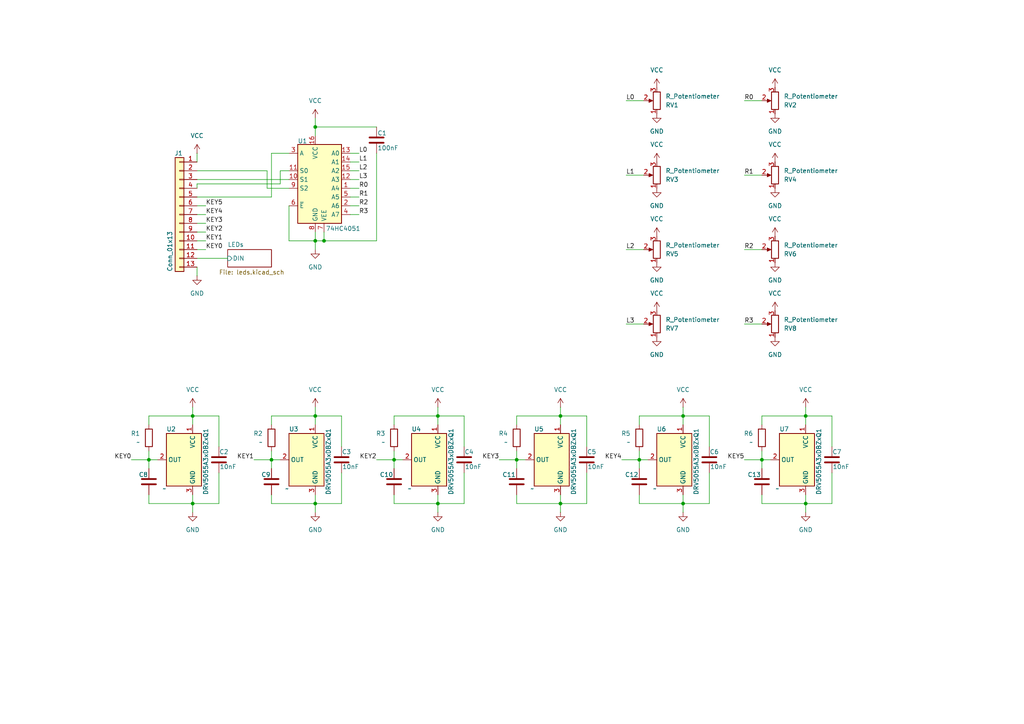
<source format=kicad_sch>
(kicad_sch (version 20250114) (generator "eeschema") (generator_version "9.0")
  (paper "A4")
  (lib_symbols
    (symbol "74xx:74HC4051"
      (property "Reference" "U" (at -5.08 11.43 0))
      (property "Value" "74HC4051" (at -7.62 -13.97 0))
      (symbol "74HC4051_0_1"
        (rectangle (start -5.08 10.16) (end 7.62 -12.7) (stroke (width 0.254)) (fill (type background)))
      )
      (symbol "74HC4051_1_1"
        (pin passive line (at -7.62 7.62 0) (length 2.54) (name "A") (number "3"))
        (pin input line (at -7.62 2.54 0) (length 2.54) (name "S0") (number "11"))
        (pin input line (at -7.62 0 0) (length 2.54) (name "S1") (number "10"))
        (pin input line (at -7.62 -2.54 0) (length 2.54) (name "S2") (number "9"))
        (pin input line (at -7.62 -7.62 0) (length 2.54) (name "~{E}") (number "6"))
        (pin power_in line (at 0 12.7 270) (length 2.54) (name "VCC") (number "16"))
        (pin power_in line (at 0 -15.24 90) (length 2.54) (name "GND") (number "8"))
        (pin power_in line (at 2.54 -15.24 90) (length 2.54) (name "VEE") (number "7"))
        (pin passive line (at 10.16 7.62 180) (length 2.54) (name "A0") (number "13"))
        (pin passive line (at 10.16 5.08 180) (length 2.54) (name "A1") (number "14"))
        (pin passive line (at 10.16 2.54 180) (length 2.54) (name "A2") (number "15"))
        (pin passive line (at 10.16 0 180) (length 2.54) (name "A3") (number "12"))
        (pin passive line (at 10.16 -2.54 180) (length 2.54) (name "A4") (number "1"))
        (pin passive line (at 10.16 -5.08 180) (length 2.54) (name "A5") (number "5"))
        (pin passive line (at 10.16 -7.62 180) (length 2.54) (name "A6") (number "2"))
        (pin passive line (at 10.16 -10.16 180) (length 2.54) (name "A7") (number "4"))
      )
    )
    (symbol "Connector_Generic:Conn_01x13" (pin_names (offset 1.016) (hide yes))
      (property "Reference" "J" (at 0 17.78 0))
      (property "Value" "Conn_01x13" (at 0 -17.78 0))
      (symbol "Conn_01x13_1_1"
        (rectangle (start -1.27 16.51) (end 1.27 -16.51) (stroke (width 0.254)) (fill (type background)))
        (rectangle (start -1.27 15.367) (end 0 15.113) (stroke (width 0.1524)))
        (rectangle (start -1.27 12.827) (end 0 12.573) (stroke (width 0.1524)))
        (rectangle (start -1.27 10.287) (end 0 10.033) (stroke (width 0.1524)))
        (rectangle (start -1.27 7.747) (end 0 7.493) (stroke (width 0.1524)))
        (rectangle (start -1.27 5.207) (end 0 4.953) (stroke (width 0.1524)))
        (rectangle (start -1.27 2.667) (end 0 2.413) (stroke (width 0.1524)))
        (rectangle (start -1.27 0.127) (end 0 -0.127) (stroke (width 0.1524)))
        (rectangle (start -1.27 -2.413) (end 0 -2.667) (stroke (width 0.1524)))
        (rectangle (start -1.27 -4.953) (end 0 -5.207) (stroke (width 0.1524)))
        (rectangle (start -1.27 -7.493) (end 0 -7.747) (stroke (width 0.1524)))
        (rectangle (start -1.27 -10.033) (end 0 -10.287) (stroke (width 0.1524)))
        (rectangle (start -1.27 -12.573) (end 0 -12.827) (stroke (width 0.1524)))
        (rectangle (start -1.27 -15.113) (end 0 -15.367) (stroke (width 0.1524)))
        (pin passive line (at -5.08 15.24 0) (length 3.81) (name "Pin_1") (number "1"))
        (pin passive line (at -5.08 12.7 0) (length 3.81) (name "Pin_2") (number "2"))
        (pin passive line (at -5.08 10.16 0) (length 3.81) (name "Pin_3") (number "3"))
        (pin passive line (at -5.08 7.62 0) (length 3.81) (name "Pin_4") (number "4"))
        (pin passive line (at -5.08 5.08 0) (length 3.81) (name "Pin_5") (number "5"))
        (pin passive line (at -5.08 2.54 0) (length 3.81) (name "Pin_6") (number "6"))
        (pin passive line (at -5.08 0 0) (length 3.81) (name "Pin_7") (number "7"))
        (pin passive line (at -5.08 -2.54 0) (length 3.81) (name "Pin_8") (number "8"))
        (pin passive line (at -5.08 -5.08 0) (length 3.81) (name "Pin_9") (number "9"))
        (pin passive line (at -5.08 -7.62 0) (length 3.81) (name "Pin_10") (number "10"))
        (pin passive line (at -5.08 -10.16 0) (length 3.81) (name "Pin_11") (number "11"))
        (pin passive line (at -5.08 -12.7 0) (length 3.81) (name "Pin_12") (number "12"))
        (pin passive line (at -5.08 -15.24 0) (length 3.81) (name "Pin_13") (number "13"))
      )
    )
    (symbol "Device:C" (pin_numbers (hide yes)) (pin_names (offset 0.254))
      (property "Reference" "C" (at 0.635 2.54 0))
      (property "Value" "C" (at 0.635 -2.54 0))
      (symbol "C_0_1"
        (polyline (pts (xy -2.032 0.762) (xy 2.032 0.762)) (stroke (width 0.508)))
        (polyline (pts (xy -2.032 -0.762) (xy 2.032 -0.762)) (stroke (width 0.508)))
      )
      (symbol "C_1_1"
        (pin passive line (at 0 3.81 270) (length 2.794) (name "~") (number "1"))
        (pin passive line (at 0 -3.81 90) (length 2.794) (name "~") (number "2"))
      )
    )
    (symbol "Device:R" (pin_numbers (hide yes)) (pin_names (offset 0))
      (property "Reference" "R" (at 2.032 0 90))
      (property "Value" "R" (at 0 0 90))
      (symbol "R_0_1"
        (rectangle (start -1.016 -2.54) (end 1.016 2.54) (stroke (width 0.254)))
      )
      (symbol "R_1_1"
        (pin passive line (at 0 3.81 270) (length 1.27) (name "~") (number "1"))
        (pin passive line (at 0 -3.81 90) (length 1.27) (name "~") (number "2"))
      )
    )
    (symbol "Device:R_Potentiometer" (pin_names (offset 1.016) (hide yes))
      (property "Reference" "RV" (at -4.445 0 90))
      (property "Value" "R_Potentiometer" (at -2.54 0 90))
      (symbol "R_Potentiometer_0_1"
        (rectangle (start 1.016 2.54) (end -1.016 -2.54) (stroke (width 0.254)))
        (polyline (pts (xy 1.143 0) (xy 2.286 0.508) (xy 2.286 -0.508) (xy 1.143 0)) (fill (type outline)))
        (polyline (pts (xy 2.54 0) (xy 1.524 0)))
      )
      (symbol "R_Potentiometer_1_1"
        (pin passive line (at 0 3.81 270) (length 1.27) (name "1") (number "1"))
        (pin passive line (at 0 -3.81 90) (length 1.27) (name "3") (number "3"))
        (pin passive line (at 3.81 0 180) (length 1.27) (name "2") (number "2"))
      )
    )
    (symbol "Sensor_Magnetic:DRV5055A3xDBZxQ1"
      (property "Reference" "U" (at 2.54 12.7 0))
      (property "Value" "DRV5055A3xDBZxQ1" (at 2.54 10.16 0))
      (symbol "DRV5055A3xDBZxQ1_1_1"
        (rectangle (start -5.08 7.62) (end 5.08 -7.62) (stroke (width 0.254)) (fill (type background)))
        (pin power_in line (at -2.54 10.16 270) (length 2.54) (name "VCC") (number "1"))
        (pin power_in line (at -2.54 -10.16 90) (length 2.54) (name "GND") (number "3"))
        (pin output line (at 7.62 0 180) (length 2.54) (name "OUT") (number "2"))
      )
    )
    (symbol "power:GND" (power) (pin_numbers (hide yes)) (pin_names (offset 0) (hide yes))
      (property "Value" "GND" (at 0 -3.81 0))
      (symbol "GND_0_1"
        (polyline (pts (xy 0 0) (xy 0 -1.27) (xy 1.27 -1.27) (xy 0 -2.54) (xy -1.27 -1.27) (xy 0 -1.27)))
      )
      (symbol "GND_1_1"
        (pin power_in line (at 0 0 270) (length 0) (name "~") (number "1"))
      )
    )
    (symbol "power:VCC" (power) (pin_numbers (hide yes)) (pin_names (offset 0) (hide yes))
      (property "Value" "VCC" (at 0 3.556 0))
      (symbol "VCC_0_1"
        (polyline (pts (xy -0.762 1.27) (xy 0 2.54)))
        (polyline (pts (xy 0 2.54) (xy 0.762 1.27)))
        (polyline (pts (xy 0 0) (xy 0 2.54)))
      )
      (symbol "VCC_1_1"
        (pin power_in line (at 0 0 90) (length 0) (name "~") (number "1"))
      )
    )
  )
  (junction (at 185.42 133.35))
  (junction (at 149.86 133.35))
  (junction (at 198.12 120.65))
  (junction (at 78.74 133.35))
  (junction (at 93.98 69.85))
  (junction (at 162.56 120.65))
  (junction (at 91.44 146.05))
  (junction (at 91.44 120.65))
  (junction (at 55.88 120.65))
  (junction (at 127 120.65))
  (junction (at 114.3 133.35))
  (junction (at 233.68 120.65))
  (junction (at 91.44 69.85))
  (junction (at 127 146.05))
  (junction (at 198.12 146.05))
  (junction (at 162.56 146.05))
  (junction (at 233.68 146.05))
  (junction (at 55.88 146.05))
  (junction (at 43.18 133.35))
  (junction (at 91.44 36.83))
  (junction (at 220.98 133.35))
  (wire (pts (xy 127 146.05) (xy 127 148.59)))
  (wire (pts (xy 181.61 72.39) (xy 186.69 72.39)))
  (wire (pts (xy 114.3 133.35) (xy 114.3 135.89)))
  (wire (pts (xy 215.9 72.39) (xy 220.98 72.39)))
  (wire (pts (xy 57.15 62.23) (xy 59.69 62.23)))
  (wire (pts (xy 205.74 146.05) (xy 198.12 146.05)))
  (wire (pts (xy 57.15 64.77) (xy 59.69 64.77)))
  (wire (pts (xy 93.98 69.85) (xy 91.44 69.85)))
  (wire (pts (xy 149.86 143.51) (xy 149.86 146.05)))
  (wire (pts (xy 57.15 49.53) (xy 77.47 49.53)))
  (wire (pts (xy 109.22 69.85) (xy 93.98 69.85)))
  (wire (pts (xy 78.74 133.35) (xy 78.74 135.89)))
  (wire (pts (xy 162.56 146.05) (xy 162.56 148.59)))
  (wire (pts (xy 114.3 146.05) (xy 127 146.05)))
  (wire (pts (xy 101.6 44.45) (xy 104.14 44.45)))
  (wire (pts (xy 78.74 44.45) (xy 83.82 44.45)))
  (wire (pts (xy 223.52 133.35) (xy 220.98 133.35)))
  (wire (pts (xy 170.18 146.05) (xy 162.56 146.05)))
  (wire (pts (xy 162.56 118.11) (xy 162.56 120.65)))
  (wire (pts (xy 233.68 143.51) (xy 233.68 146.05)))
  (wire (pts (xy 57.15 53.34) (xy 57.15 54.61)))
  (wire (pts (xy 181.61 93.98) (xy 186.69 93.98)))
  (wire (pts (xy 101.6 49.53) (xy 104.14 49.53)))
  (wire (pts (xy 101.6 54.61) (xy 104.14 54.61)))
  (wire (pts (xy 114.3 120.65) (xy 127 120.65)))
  (wire (pts (xy 116.84 133.35) (xy 114.3 133.35)))
  (wire (pts (xy 220.98 120.65) (xy 233.68 120.65)))
  (wire (pts (xy 55.88 146.05) (xy 55.88 148.59)))
  (wire (pts (xy 99.06 120.65) (xy 91.44 120.65)))
  (wire (pts (xy 101.6 57.15) (xy 104.14 57.15)))
  (wire (pts (xy 55.88 120.65) (xy 55.88 123.19)))
  (wire (pts (xy 91.44 69.85) (xy 91.44 72.39)))
  (wire (pts (xy 149.86 123.19) (xy 149.86 120.65)))
  (wire (pts (xy 220.98 143.51) (xy 220.98 146.05)))
  (wire (pts (xy 63.5 137.16) (xy 63.5 146.05)))
  (wire (pts (xy 83.82 59.69) (xy 83.82 69.85)))
  (wire (pts (xy 198.12 118.11) (xy 198.12 120.65)))
  (wire (pts (xy 43.18 146.05) (xy 55.88 146.05)))
  (wire (pts (xy 220.98 133.35) (xy 215.9 133.35)))
  (wire (pts (xy 233.68 120.65) (xy 233.68 123.19)))
  (wire (pts (xy 57.15 67.31) (xy 59.69 67.31)))
  (wire (pts (xy 185.42 133.35) (xy 185.42 130.81)))
  (wire (pts (xy 152.4 133.35) (xy 149.86 133.35)))
  (wire (pts (xy 181.61 50.8) (xy 186.69 50.8)))
  (wire (pts (xy 78.74 133.35) (xy 73.66 133.35)))
  (wire (pts (xy 109.22 44.45) (xy 109.22 69.85)))
  (wire (pts (xy 43.18 133.35) (xy 38.1 133.35)))
  (wire (pts (xy 57.15 74.93) (xy 66.04 74.93)))
  (wire (pts (xy 101.6 62.23) (xy 104.14 62.23)))
  (wire (pts (xy 55.88 143.51) (xy 55.88 146.05)))
  (wire (pts (xy 170.18 120.65) (xy 162.56 120.65)))
  (wire (pts (xy 55.88 118.11) (xy 55.88 120.65)))
  (wire (pts (xy 78.74 120.65) (xy 91.44 120.65)))
  (wire (pts (xy 91.44 118.11) (xy 91.44 120.65)))
  (wire (pts (xy 185.42 133.35) (xy 180.34 133.35)))
  (wire (pts (xy 63.5 146.05) (xy 55.88 146.05)))
  (wire (pts (xy 233.68 146.05) (xy 233.68 148.59)))
  (wire (pts (xy 91.44 143.51) (xy 91.44 146.05)))
  (wire (pts (xy 57.15 69.85) (xy 59.69 69.85)))
  (wire (pts (xy 149.86 120.65) (xy 162.56 120.65)))
  (wire (pts (xy 215.9 50.8) (xy 220.98 50.8)))
  (wire (pts (xy 63.5 129.54) (xy 63.5 120.65)))
  (wire (pts (xy 134.62 146.05) (xy 127 146.05)))
  (wire (pts (xy 57.15 46.99) (xy 57.15 44.45)))
  (wire (pts (xy 78.74 133.35) (xy 78.74 130.81)))
  (wire (pts (xy 43.18 123.19) (xy 43.18 120.65)))
  (wire (pts (xy 198.12 120.65) (xy 198.12 123.19)))
  (wire (pts (xy 233.68 118.11) (xy 233.68 120.65)))
  (wire (pts (xy 91.44 67.31) (xy 91.44 69.85)))
  (wire (pts (xy 241.3 120.65) (xy 233.68 120.65)))
  (wire (pts (xy 43.18 133.35) (xy 43.18 135.89)))
  (wire (pts (xy 134.62 120.65) (xy 127 120.65)))
  (wire (pts (xy 185.42 120.65) (xy 198.12 120.65)))
  (wire (pts (xy 91.44 36.83) (xy 109.22 36.83)))
  (wire (pts (xy 205.74 120.65) (xy 198.12 120.65)))
  (wire (pts (xy 83.82 49.53) (xy 81.28 49.53)))
  (wire (pts (xy 57.15 72.39) (xy 59.69 72.39)))
  (wire (pts (xy 91.44 120.65) (xy 91.44 123.19)))
  (wire (pts (xy 91.44 146.05) (xy 91.44 148.59)))
  (wire (pts (xy 215.9 29.21) (xy 220.98 29.21)))
  (wire (pts (xy 205.74 129.54) (xy 205.74 120.65)))
  (wire (pts (xy 185.42 143.51) (xy 185.42 146.05)))
  (wire (pts (xy 134.62 137.16) (xy 134.62 146.05)))
  (wire (pts (xy 205.74 137.16) (xy 205.74 146.05)))
  (wire (pts (xy 81.28 133.35) (xy 78.74 133.35)))
  (wire (pts (xy 101.6 59.69) (xy 104.14 59.69)))
  (wire (pts (xy 127 143.51) (xy 127 146.05)))
  (wire (pts (xy 114.3 133.35) (xy 109.22 133.35)))
  (wire (pts (xy 162.56 120.65) (xy 162.56 123.19)))
  (wire (pts (xy 91.44 36.83) (xy 91.44 39.37)))
  (wire (pts (xy 43.18 143.51) (xy 43.18 146.05)))
  (wire (pts (xy 57.15 77.47) (xy 57.15 80.01)))
  (wire (pts (xy 77.47 54.61) (xy 83.82 54.61)))
  (wire (pts (xy 93.98 67.31) (xy 93.98 69.85)))
  (wire (pts (xy 220.98 123.19) (xy 220.98 120.65)))
  (wire (pts (xy 170.18 129.54) (xy 170.18 120.65)))
  (wire (pts (xy 127 120.65) (xy 127 123.19)))
  (wire (pts (xy 134.62 129.54) (xy 134.62 120.65)))
  (wire (pts (xy 149.86 146.05) (xy 162.56 146.05)))
  (wire (pts (xy 78.74 123.19) (xy 78.74 120.65)))
  (wire (pts (xy 149.86 133.35) (xy 149.86 130.81)))
  (wire (pts (xy 63.5 120.65) (xy 55.88 120.65)))
  (wire (pts (xy 57.15 57.15) (xy 78.74 57.15)))
  (wire (pts (xy 43.18 120.65) (xy 55.88 120.65)))
  (wire (pts (xy 45.72 133.35) (xy 43.18 133.35)))
  (wire (pts (xy 57.15 59.69) (xy 59.69 59.69)))
  (wire (pts (xy 220.98 133.35) (xy 220.98 135.89)))
  (wire (pts (xy 101.6 52.07) (xy 104.14 52.07)))
  (wire (pts (xy 99.06 137.16) (xy 99.06 146.05)))
  (wire (pts (xy 241.3 137.16) (xy 241.3 146.05)))
  (wire (pts (xy 83.82 69.85) (xy 91.44 69.85)))
  (wire (pts (xy 198.12 146.05) (xy 198.12 148.59)))
  (wire (pts (xy 220.98 133.35) (xy 220.98 130.81)))
  (wire (pts (xy 114.3 143.51) (xy 114.3 146.05)))
  (wire (pts (xy 114.3 133.35) (xy 114.3 130.81)))
  (wire (pts (xy 78.74 143.51) (xy 78.74 146.05)))
  (wire (pts (xy 57.15 52.07) (xy 83.82 52.07)))
  (wire (pts (xy 43.18 133.35) (xy 43.18 130.81)))
  (wire (pts (xy 99.06 146.05) (xy 91.44 146.05)))
  (wire (pts (xy 215.9 93.98) (xy 220.98 93.98)))
  (wire (pts (xy 170.18 137.16) (xy 170.18 146.05)))
  (wire (pts (xy 78.74 146.05) (xy 91.44 146.05)))
  (wire (pts (xy 77.47 49.53) (xy 77.47 54.61)))
  (wire (pts (xy 78.74 57.15) (xy 78.74 44.45)))
  (wire (pts (xy 127 118.11) (xy 127 120.65)))
  (wire (pts (xy 241.3 146.05) (xy 233.68 146.05)))
  (wire (pts (xy 101.6 46.99) (xy 104.14 46.99)))
  (wire (pts (xy 181.61 29.21) (xy 186.69 29.21)))
  (wire (pts (xy 185.42 146.05) (xy 198.12 146.05)))
  (wire (pts (xy 99.06 129.54) (xy 99.06 120.65)))
  (wire (pts (xy 187.96 133.35) (xy 185.42 133.35)))
  (wire (pts (xy 220.98 146.05) (xy 233.68 146.05)))
  (wire (pts (xy 149.86 133.35) (xy 149.86 135.89)))
  (wire (pts (xy 81.28 49.53) (xy 81.28 53.34)))
  (wire (pts (xy 81.28 53.34) (xy 57.15 53.34)))
  (wire (pts (xy 185.42 133.35) (xy 185.42 135.89)))
  (wire (pts (xy 149.86 133.35) (xy 144.78 133.35)))
  (wire (pts (xy 241.3 129.54) (xy 241.3 120.65)))
  (wire (pts (xy 162.56 143.51) (xy 162.56 146.05)))
  (wire (pts (xy 185.42 123.19) (xy 185.42 120.65)))
  (wire (pts (xy 91.44 34.29) (xy 91.44 36.83)))
  (wire (pts (xy 114.3 123.19) (xy 114.3 120.65)))
  (wire (pts (xy 198.12 143.51) (xy 198.12 146.05)))
  (label "KEY2" (at 109.22 133.35 180))
  (label "KEY1" (at 59.69 69.85 0))
  (label "L1" (at 104.14 46.99 0))
  (label "R2" (at 104.14 59.69 0))
  (label "L1" (at 181.61 50.8 0))
  (label "L0" (at 181.61 29.21 0))
  (label "KEY4" (at 180.34 133.35 180))
  (label "R1" (at 215.9 50.8 0))
  (label "R3" (at 104.14 62.23 0))
  (label "R1" (at 104.14 57.15 0))
  (label "KEY0" (at 59.69 72.39 0))
  (label "R0" (at 215.9 29.21 0))
  (label "KEY5" (at 59.69 59.69 0))
  (label "KEY2" (at 59.69 67.31 0))
  (label "L2" (at 104.14 49.53 0))
  (label "KEY3" (at 59.69 64.77 0))
  (label "KEY1" (at 73.66 133.35 180))
  (label "R0" (at 104.14 54.61 0))
  (label "R2" (at 215.9 72.39 0))
  (label "KEY3" (at 144.78 133.35 180))
  (label "L2" (at 181.61 72.39 0))
  (label "KEY0" (at 38.1 133.35 180))
  (label "L3" (at 104.14 52.07 0))
  (label "KEY4" (at 59.69 62.23 0))
  (label "L3" (at 181.61 93.98 0))
  (label "KEY5" (at 215.9 133.35 180))
  (label "L0" (at 104.14 44.45 0))
  (label "R3" (at 215.9 93.98 0))
  (symbol (lib_id "power:VCC") (at 190.5 25.4 0) (unit 1)
    (property "Reference" "#PWR01" (effects (hide yes)))
    (property "Value" "VCC" (at 190.5 20.32 0))
    (property "Description" "Power symbol creates a global label with name \"VCC\"" (effects (hide yes)))
  )
  (symbol (lib_id "power:GND") (at 224.79 54.61 0) (unit 1)
    (property "Reference" "#PWR010" (effects (hide yes)))
    (property "Value" "GND" (at 224.79 59.69 0))
    (property "Description" "Power symbol creates a global label with name \"GND\" , ground" (effects (hide yes)))
  )
  (symbol (lib_id "power:GND") (at 190.5 76.2 0) (unit 1)
    (property "Reference" "#PWR014" (effects (hide yes)))
    (property "Value" "GND" (at 190.5 81.28 0))
    (property "Description" "Power symbol creates a global label with name \"GND\" , ground" (effects (hide yes)))
  )
  (symbol (lib_id "power:GND") (at 55.88 148.59 0) (mirror y) (unit 1)
    (property "Reference" "#PWR027" (effects (hide yes)))
    (property "Value" "GND" (at 55.88 153.67 0))
    (property "Description" "Power symbol creates a global label with name \"GND\" , ground" (effects (hide yes)))
  )
  (symbol (lib_id "power:GND") (at 162.56 148.59 0) (mirror y) (unit 1)
    (property "Reference" "#PWR030" (effects (hide yes)))
    (property "Value" "GND" (at 162.56 153.67 0))
    (property "Description" "Power symbol creates a global label with name \"GND\" , ground" (effects (hide yes)))
  )
  (symbol (lib_id "power:VCC") (at 55.88 118.11 0) (mirror y) (unit 1)
    (property "Reference" "#PWR021" (effects (hide yes)))
    (property "Value" "VCC" (at 55.88 113.03 0))
    (property "Description" "Power symbol creates a global label with name \"VCC\"" (effects (hide yes)))
  )
  (symbol (lib_id "Device:R") (at 43.18 127 0) (mirror y) (unit 1)
    (property "Reference" "R1" (at 40.64 125.7299 0) (effects (justify left)))
    (property "Value" "~" (at 40.64 128.2699 0) (effects (justify left)))
    (property "Footprint" "Resistor_SMD:R_0603_1608Metric_Pad0.98x0.95mm_HandSolder" (effects (hide yes)))
    (property "Description" "Resistor" (effects (hide yes)))
  )
  (symbol (lib_id "Device:R_Potentiometer") (at 190.5 72.39 180) (unit 1)
    (property "Reference" "RV5" (at 193.04 73.66 0) (effects (justify right)))
    (property "Value" "R_Potentiometer" (at 193.04 71.12 0) (effects (justify right)))
    (property "Footprint" "My_Parts:RK09K1130A5R" (effects (hide yes)))
  )
  (symbol (lib_id "Sensor_Magnetic:DRV5055A3xDBZxQ1") (at 88.9 133.35 0) (mirror y) (unit 1)
    (property "Reference" "U3" (at 83.82 124.46 0) (effects (justify right)))
    (property "Value" "DRV5055A3xDBZxQ1" (at 95.25 124.206 90) (effects (justify right)))
    (property "Footprint" "Package_TO_SOT_SMD:SOT-23" (effects (hide yes)))
    (property "Datasheet" "https://www.ti.com/lit/ds/symlink/drv5055-q1.pdf" (effects (hide yes)))
    (property "Description" "25 mV/mT,±85-mT, 20-kHz, 3.3/5V, SOT-23" (effects (hide yes)))
  )
  (symbol (lib_id "Device:R") (at 185.42 127 0) (mirror y) (unit 1)
    (property "Reference" "R5" (at 182.88 125.7299 0) (effects (justify left)))
    (property "Value" "~" (at 182.88 128.2699 0) (effects (justify left)))
    (property "Footprint" "Resistor_SMD:R_0603_1608Metric_Pad0.98x0.95mm_HandSolder" (effects (hide yes)))
    (property "Description" "Resistor" (effects (hide yes)))
  )
  (symbol (lib_id "power:VCC") (at 127 118.11 0) (mirror y) (unit 1)
    (property "Reference" "#PWR023" (effects (hide yes)))
    (property "Value" "VCC" (at 127 113.03 0))
    (property "Description" "Power symbol creates a global label with name \"VCC\"" (effects (hide yes)))
  )
  (symbol (lib_id "74xx:74HC4051") (at 91.44 52.07 0) (unit 1)
    (property "Reference" "U1" (at 86.36 40.894 0) (effects (justify left)))
    (property "Value" "74HC4051" (at 94.488 66.294 0) (effects (justify left)))
    (property "Footprint" "Package_SO:TSSOP-16-1EP_4.4x5mm_P0.65mm" (effects (hide yes)))
    (property "Datasheet" "http://www.ti.com/lit/ds/symlink/cd74hc4051.pdf" (effects (hide yes)))
    (property "Description" "8-channel analog multiplexer/demultiplexer, DIP-16/SOIC-16/TSSOP-16" (effects (hide yes)))
  )
  (symbol (lib_id "power:VCC") (at 190.5 90.17 0) (unit 1)
    (property "Reference" "#PWR017" (effects (hide yes)))
    (property "Value" "VCC" (at 190.5 85.09 0))
    (property "Description" "Power symbol creates a global label with name \"VCC\"" (effects (hide yes)))
  )
  (symbol (lib_id "power:VCC") (at 162.56 118.11 0) (mirror y) (unit 1)
    (property "Reference" "#PWR024" (effects (hide yes)))
    (property "Value" "VCC" (at 162.56 113.03 0))
    (property "Description" "Power symbol creates a global label with name \"VCC\"" (effects (hide yes)))
  )
  (symbol (lib_id "Device:C") (at 63.5 133.35 0) (mirror y) (unit 1)
    (property "Reference" "C2" (at 66.294 131.064 0) (effects (justify left)))
    (property "Value" "10nF" (at 68.58 135.382 0) (effects (justify left)))
    (property "Footprint" "Capacitor_SMD:C_0402_1005Metric" (effects (hide yes)))
    (property "Description" "Unpolarized capacitor" (effects (hide yes)))
  )
  (symbol (lib_id "power:GND") (at 57.15 80.01 0) (unit 1)
    (property "Reference" "#PWR016" (effects (hide yes)))
    (property "Value" "GND" (at 57.15 85.09 0))
    (property "Description" "Power symbol creates a global label with name \"GND\" , ground" (effects (hide yes)))
  )
  (symbol (lib_id "power:VCC") (at 91.44 34.29 0) (unit 1)
    (property "Reference" "#PWR05" (effects (hide yes)))
    (property "Value" "VCC" (at 91.44 29.21 0))
    (property "Description" "Power symbol creates a global label with name \"VCC\"" (effects (hide yes)))
  )
  (symbol (lib_id "Device:C") (at 220.98 139.7 0) (mirror y) (unit 1)
    (property "Reference" "C13" (at 220.726 137.668 0) (effects (justify left)))
    (property "Value" "~" (at 226.06 141.732 0) (effects (justify left)))
    (property "Footprint" "Capacitor_SMD:C_0603_1608Metric_Pad1.08x0.95mm_HandSolder" (effects (hide yes)))
    (property "Description" "Unpolarized capacitor" (effects (hide yes)))
  )
  (symbol (lib_id "Device:R_Potentiometer") (at 224.79 50.8 180) (unit 1)
    (property "Reference" "RV4" (at 227.33 52.07 0) (effects (justify right)))
    (property "Value" "R_Potentiometer" (at 227.33 49.53 0) (effects (justify right)))
    (property "Footprint" "My_Parts:RK09K1130A5R" (effects (hide yes)))
  )
  (symbol (lib_id "Sensor_Magnetic:DRV5055A3xDBZxQ1") (at 160.02 133.35 0) (mirror y) (unit 1)
    (property "Reference" "U5" (at 154.94 124.46 0) (effects (justify right)))
    (property "Value" "DRV5055A3xDBZxQ1" (at 166.37 124.206 90) (effects (justify right)))
    (property "Footprint" "Package_TO_SOT_SMD:SOT-23" (effects (hide yes)))
    (property "Datasheet" "https://www.ti.com/lit/ds/symlink/drv5055-q1.pdf" (effects (hide yes)))
    (property "Description" "25 mV/mT,±85-mT, 20-kHz, 3.3/5V, SOT-23" (effects (hide yes)))
  )
  (symbol (lib_id "Device:C") (at 43.18 139.7 0) (mirror y) (unit 1)
    (property "Reference" "C8" (at 42.926 137.668 0) (effects (justify left)))
    (property "Value" "~" (at 48.26 141.732 0) (effects (justify left)))
    (property "Footprint" "Capacitor_SMD:C_0603_1608Metric_Pad1.08x0.95mm_HandSolder" (effects (hide yes)))
    (property "Description" "Unpolarized capacitor" (effects (hide yes)))
  )
  (symbol (lib_id "Device:C") (at 185.42 139.7 0) (mirror y) (unit 1)
    (property "Reference" "C12" (at 185.166 137.668 0) (effects (justify left)))
    (property "Value" "~" (at 190.5 141.732 0) (effects (justify left)))
    (property "Footprint" "Capacitor_SMD:C_0603_1608Metric_Pad1.08x0.95mm_HandSolder" (effects (hide yes)))
    (property "Description" "Unpolarized capacitor" (effects (hide yes)))
  )
  (symbol (lib_id "Device:C") (at 114.3 139.7 0) (mirror y) (unit 1)
    (property "Reference" "C10" (at 114.046 137.668 0) (effects (justify left)))
    (property "Value" "~" (at 119.38 141.732 0) (effects (justify left)))
    (property "Footprint" "Capacitor_SMD:C_0603_1608Metric_Pad1.08x0.95mm_HandSolder" (effects (hide yes)))
    (property "Description" "Unpolarized capacitor" (effects (hide yes)))
  )
  (symbol (lib_id "Device:C") (at 99.06 133.35 0) (mirror y) (unit 1)
    (property "Reference" "C3" (at 101.854 131.064 0) (effects (justify left)))
    (property "Value" "10nF" (at 104.14 135.382 0) (effects (justify left)))
    (property "Footprint" "Capacitor_SMD:C_0402_1005Metric" (effects (hide yes)))
    (property "Description" "Unpolarized capacitor" (effects (hide yes)))
  )
  (symbol (lib_id "Device:C") (at 170.18 133.35 0) (mirror y) (unit 1)
    (property "Reference" "C5" (at 172.974 131.064 0) (effects (justify left)))
    (property "Value" "10nF" (at 175.26 135.382 0) (effects (justify left)))
    (property "Footprint" "Capacitor_SMD:C_0402_1005Metric" (effects (hide yes)))
    (property "Description" "Unpolarized capacitor" (effects (hide yes)))
  )
  (symbol (lib_id "Sensor_Magnetic:DRV5055A3xDBZxQ1") (at 124.46 133.35 0) (mirror y) (unit 1)
    (property "Reference" "U4" (at 119.38 124.46 0) (effects (justify right)))
    (property "Value" "DRV5055A3xDBZxQ1" (at 130.81 124.206 90) (effects (justify right)))
    (property "Footprint" "Package_TO_SOT_SMD:SOT-23" (effects (hide yes)))
    (property "Datasheet" "https://www.ti.com/lit/ds/symlink/drv5055-q1.pdf" (effects (hide yes)))
    (property "Description" "25 mV/mT,±85-mT, 20-kHz, 3.3/5V, SOT-23" (effects (hide yes)))
  )
  (symbol (lib_id "Device:R_Potentiometer") (at 224.79 93.98 180) (unit 1)
    (property "Reference" "RV8" (at 227.33 95.25 0) (effects (justify right)))
    (property "Value" "R_Potentiometer" (at 227.33 92.71 0) (effects (justify right)))
    (property "Footprint" "My_Parts:RK09K1130A5R" (effects (hide yes)))
  )
  (symbol (lib_id "power:GND") (at 198.12 148.59 0) (mirror y) (unit 1)
    (property "Reference" "#PWR031" (effects (hide yes)))
    (property "Value" "GND" (at 198.12 153.67 0))
    (property "Description" "Power symbol creates a global label with name \"GND\" , ground" (effects (hide yes)))
  )
  (symbol (lib_id "power:VCC") (at 224.79 25.4 0) (unit 1)
    (property "Reference" "#PWR02" (effects (hide yes)))
    (property "Value" "VCC" (at 224.79 20.32 0))
    (property "Description" "Power symbol creates a global label with name \"VCC\"" (effects (hide yes)))
  )
  (symbol (lib_id "Device:C") (at 109.22 40.64 0) (unit 1)
    (property "Reference" "C1" (at 109.474 38.608 0) (effects (justify left)))
    (property "Value" "100nF" (at 109.474 42.926 0) (effects (justify left)))
    (property "Footprint" "Capacitor_SMD:C_0603_1608Metric_Pad1.08x0.95mm_HandSolder" (effects (hide yes)))
    (property "Description" "Unpolarized capacitor" (effects (hide yes)))
  )
  (symbol (lib_id "power:GND") (at 224.79 76.2 0) (unit 1)
    (property "Reference" "#PWR015" (effects (hide yes)))
    (property "Value" "GND" (at 224.79 81.28 0))
    (property "Description" "Power symbol creates a global label with name \"GND\" , ground" (effects (hide yes)))
  )
  (symbol (lib_id "power:GND") (at 127 148.59 0) (mirror y) (unit 1)
    (property "Reference" "#PWR029" (effects (hide yes)))
    (property "Value" "GND" (at 127 153.67 0))
    (property "Description" "Power symbol creates a global label with name \"GND\" , ground" (effects (hide yes)))
  )
  (symbol (lib_id "power:GND") (at 233.68 148.59 0) (mirror y) (unit 1)
    (property "Reference" "#PWR032" (effects (hide yes)))
    (property "Value" "GND" (at 233.68 153.67 0))
    (property "Description" "Power symbol creates a global label with name \"GND\" , ground" (effects (hide yes)))
  )
  (symbol (lib_id "power:VCC") (at 224.79 46.99 0) (unit 1)
    (property "Reference" "#PWR08" (effects (hide yes)))
    (property "Value" "VCC" (at 224.79 41.91 0))
    (property "Description" "Power symbol creates a global label with name \"VCC\"" (effects (hide yes)))
  )
  (symbol (lib_id "power:GND") (at 224.79 33.02 0) (unit 1)
    (property "Reference" "#PWR04" (effects (hide yes)))
    (property "Value" "GND" (at 224.79 38.1 0))
    (property "Description" "Power symbol creates a global label with name \"GND\" , ground" (effects (hide yes)))
  )
  (symbol (lib_id "Device:R_Potentiometer") (at 190.5 93.98 180) (unit 1)
    (property "Reference" "RV7" (at 193.04 95.25 0) (effects (justify right)))
    (property "Value" "R_Potentiometer" (at 193.04 92.71 0) (effects (justify right)))
    (property "Footprint" "My_Parts:RK09K1130A5R" (effects (hide yes)))
  )
  (symbol (lib_id "power:VCC") (at 57.15 44.45 0) (unit 1)
    (property "Reference" "#PWR06" (effects (hide yes)))
    (property "Value" "VCC" (at 57.15 39.37 0))
    (property "Description" "Power symbol creates a global label with name \"VCC\"" (effects (hide yes)))
  )
  (symbol (lib_id "Sensor_Magnetic:DRV5055A3xDBZxQ1") (at 231.14 133.35 0) (mirror y) (unit 1)
    (property "Reference" "U7" (at 226.06 124.46 0) (effects (justify right)))
    (property "Value" "DRV5055A3xDBZxQ1" (at 237.49 124.206 90) (effects (justify right)))
    (property "Footprint" "Package_TO_SOT_SMD:SOT-23" (effects (hide yes)))
    (property "Datasheet" "https://www.ti.com/lit/ds/symlink/drv5055-q1.pdf" (effects (hide yes)))
    (property "Description" "25 mV/mT,±85-mT, 20-kHz, 3.3/5V, SOT-23" (effects (hide yes)))
  )
  (symbol (lib_id "Device:R") (at 78.74 127 0) (mirror y) (unit 1)
    (property "Reference" "R2" (at 76.2 125.7299 0) (effects (justify left)))
    (property "Value" "~" (at 76.2 128.2699 0) (effects (justify left)))
    (property "Footprint" "Resistor_SMD:R_0603_1608Metric_Pad0.98x0.95mm_HandSolder" (effects (hide yes)))
    (property "Description" "Resistor" (effects (hide yes)))
  )
  (symbol (lib_id "power:VCC") (at 224.79 68.58 0) (unit 1)
    (property "Reference" "#PWR012" (effects (hide yes)))
    (property "Value" "VCC" (at 224.79 63.5 0))
    (property "Description" "Power symbol creates a global label with name \"VCC\"" (effects (hide yes)))
  )
  (symbol (lib_id "power:GND") (at 224.79 97.79 0) (unit 1)
    (property "Reference" "#PWR020" (effects (hide yes)))
    (property "Value" "GND" (at 224.79 102.87 0))
    (property "Description" "Power symbol creates a global label with name \"GND\" , ground" (effects (hide yes)))
  )
  (symbol (lib_id "power:GND") (at 190.5 54.61 0) (unit 1)
    (property "Reference" "#PWR09" (effects (hide yes)))
    (property "Value" "GND" (at 190.5 59.69 0))
    (property "Description" "Power symbol creates a global label with name \"GND\" , ground" (effects (hide yes)))
  )
  (symbol (lib_id "power:GND") (at 190.5 33.02 0) (unit 1)
    (property "Reference" "#PWR03" (effects (hide yes)))
    (property "Value" "GND" (at 190.5 38.1 0))
    (property "Description" "Power symbol creates a global label with name \"GND\" , ground" (effects (hide yes)))
  )
  (symbol (lib_id "power:VCC") (at 190.5 68.58 0) (unit 1)
    (property "Reference" "#PWR011" (effects (hide yes)))
    (property "Value" "VCC" (at 190.5 63.5 0))
    (property "Description" "Power symbol creates a global label with name \"VCC\"" (effects (hide yes)))
  )
  (symbol (lib_id "power:GND") (at 91.44 72.39 0) (unit 1)
    (property "Reference" "#PWR013" (effects (hide yes)))
    (property "Value" "GND" (at 91.44 77.47 0))
    (property "Description" "Power symbol creates a global label with name \"GND\" , ground" (effects (hide yes)))
  )
  (symbol (lib_id "power:GND") (at 91.44 148.59 0) (mirror y) (unit 1)
    (property "Reference" "#PWR028" (effects (hide yes)))
    (property "Value" "GND" (at 91.44 153.67 0))
    (property "Description" "Power symbol creates a global label with name \"GND\" , ground" (effects (hide yes)))
  )
  (symbol (lib_id "Device:C") (at 134.62 133.35 0) (mirror y) (unit 1)
    (property "Reference" "C4" (at 137.414 131.064 0) (effects (justify left)))
    (property "Value" "10nF" (at 139.7 135.382 0) (effects (justify left)))
    (property "Footprint" "Capacitor_SMD:C_0402_1005Metric" (effects (hide yes)))
    (property "Description" "Unpolarized capacitor" (effects (hide yes)))
  )
  (symbol (lib_id "Device:C") (at 149.86 139.7 0) (mirror y) (unit 1)
    (property "Reference" "C11" (at 149.606 137.668 0) (effects (justify left)))
    (property "Value" "~" (at 154.94 141.732 0) (effects (justify left)))
    (property "Footprint" "Capacitor_SMD:C_0603_1608Metric_Pad1.08x0.95mm_HandSolder" (effects (hide yes)))
    (property "Description" "Unpolarized capacitor" (effects (hide yes)))
  )
  (symbol (lib_id "power:GND") (at 190.5 97.79 0) (unit 1)
    (property "Reference" "#PWR019" (effects (hide yes)))
    (property "Value" "GND" (at 190.5 102.87 0))
    (property "Description" "Power symbol creates a global label with name \"GND\" , ground" (effects (hide yes)))
  )
  (symbol (lib_id "Connector_Generic:Conn_01x13") (at 52.07 62.23 0) (mirror y) (unit 1)
    (property "Reference" "J1" (at 51.816 44.45 0))
    (property "Value" "Conn_01x13" (at 49.276 72.898 90))
    (property "Footprint" "Connector_PinHeader_2.54mm:PinHeader_1x13_P2.54mm_Vertical" (effects (hide yes)))
    (property "Description" "Generic connector, single row, 01x13, script generated (kicad-library-utils/schlib/autogen/connector/)" (effects (hide yes)))
  )
  (symbol (lib_id "Device:R_Potentiometer") (at 224.79 72.39 180) (unit 1)
    (property "Reference" "RV6" (at 227.33 73.66 0) (effects (justify right)))
    (property "Value" "R_Potentiometer" (at 227.33 71.12 0) (effects (justify right)))
    (property "Footprint" "My_Parts:RK09K1130A5R" (effects (hide yes)))
  )
  (symbol (lib_id "Device:C") (at 205.74 133.35 0) (mirror y) (unit 1)
    (property "Reference" "C6" (at 208.534 131.064 0) (effects (justify left)))
    (property "Value" "10nF" (at 210.82 135.382 0) (effects (justify left)))
    (property "Footprint" "Capacitor_SMD:C_0402_1005Metric" (effects (hide yes)))
    (property "Description" "Unpolarized capacitor" (effects (hide yes)))
  )
  (symbol (lib_id "power:VCC") (at 91.44 118.11 0) (mirror y) (unit 1)
    (property "Reference" "#PWR022" (effects (hide yes)))
    (property "Value" "VCC" (at 91.44 113.03 0))
    (property "Description" "Power symbol creates a global label with name \"VCC\"" (effects (hide yes)))
  )
  (symbol (lib_id "power:VCC") (at 198.12 118.11 0) (mirror y) (unit 1)
    (property "Reference" "#PWR025" (effects (hide yes)))
    (property "Value" "VCC" (at 198.12 113.03 0))
    (property "Description" "Power symbol creates a global label with name \"VCC\"" (effects (hide yes)))
  )
  (symbol (lib_id "Device:R") (at 220.98 127 0) (mirror y) (unit 1)
    (property "Reference" "R6" (at 218.44 125.7299 0) (effects (justify left)))
    (property "Value" "~" (at 218.44 128.2699 0) (effects (justify left)))
    (property "Footprint" "Resistor_SMD:R_0603_1608Metric_Pad0.98x0.95mm_HandSolder" (effects (hide yes)))
    (property "Description" "Resistor" (effects (hide yes)))
  )
  (symbol (lib_id "Device:R") (at 149.86 127 0) (mirror y) (unit 1)
    (property "Reference" "R4" (at 147.32 125.7299 0) (effects (justify left)))
    (property "Value" "~" (at 147.32 128.2699 0) (effects (justify left)))
    (property "Footprint" "Resistor_SMD:R_0603_1608Metric_Pad0.98x0.95mm_HandSolder" (effects (hide yes)))
    (property "Description" "Resistor" (effects (hide yes)))
  )
  (symbol (lib_id "Sensor_Magnetic:DRV5055A3xDBZxQ1") (at 195.58 133.35 0) (mirror y) (unit 1)
    (property "Reference" "U6" (at 190.5 124.46 0) (effects (justify right)))
    (property "Value" "DRV5055A3xDBZxQ1" (at 201.93 124.206 90) (effects (justify right)))
    (property "Footprint" "Package_TO_SOT_SMD:SOT-23" (effects (hide yes)))
    (property "Datasheet" "https://www.ti.com/lit/ds/symlink/drv5055-q1.pdf" (effects (hide yes)))
    (property "Description" "25 mV/mT,±85-mT, 20-kHz, 3.3/5V, SOT-23" (effects (hide yes)))
  )
  (symbol (lib_id "Device:R_Potentiometer") (at 190.5 29.21 180) (unit 1)
    (property "Reference" "RV1" (at 193.04 30.48 0) (effects (justify right)))
    (property "Value" "R_Potentiometer" (at 193.04 27.94 0) (effects (justify right)))
    (property "Footprint" "My_Parts:RK09K1130A5R" (effects (hide yes)))
  )
  (symbol (lib_id "power:VCC") (at 190.5 46.99 0) (unit 1)
    (property "Reference" "#PWR07" (effects (hide yes)))
    (property "Value" "VCC" (at 190.5 41.91 0))
    (property "Description" "Power symbol creates a global label with name \"VCC\"" (effects (hide yes)))
  )
  (symbol (lib_id "Device:R") (at 114.3 127 0) (mirror y) (unit 1)
    (property "Reference" "R3" (at 111.76 125.7299 0) (effects (justify left)))
    (property "Value" "~" (at 111.76 128.2699 0) (effects (justify left)))
    (property "Footprint" "Resistor_SMD:R_0603_1608Metric_Pad0.98x0.95mm_HandSolder" (effects (hide yes)))
    (property "Description" "Resistor" (effects (hide yes)))
  )
  (symbol (lib_id "Device:R_Potentiometer") (at 224.79 29.21 180) (unit 1)
    (property "Reference" "RV2" (at 227.33 30.48 0) (effects (justify right)))
    (property "Value" "R_Potentiometer" (at 227.33 27.94 0) (effects (justify right)))
    (property "Footprint" "My_Parts:RK09K1130A5R" (effects (hide yes)))
  )
  (symbol (lib_id "Device:C") (at 241.3 133.35 0) (mirror y) (unit 1)
    (property "Reference" "C7" (at 244.094 131.064 0) (effects (justify left)))
    (property "Value" "10nF" (at 246.38 135.382 0) (effects (justify left)))
    (property "Footprint" "Capacitor_SMD:C_0402_1005Metric" (effects (hide yes)))
    (property "Description" "Unpolarized capacitor" (effects (hide yes)))
  )
  (symbol (lib_id "power:VCC") (at 224.79 90.17 0) (unit 1)
    (property "Reference" "#PWR018" (effects (hide yes)))
    (property "Value" "VCC" (at 224.79 85.09 0))
    (property "Description" "Power symbol creates a global label with name \"VCC\"" (effects (hide yes)))
  )
  (symbol (lib_id "Device:R_Potentiometer") (at 190.5 50.8 180) (unit 1)
    (property "Reference" "RV3" (at 193.04 52.07 0) (effects (justify right)))
    (property "Value" "R_Potentiometer" (at 193.04 49.53 0) (effects (justify right)))
    (property "Footprint" "My_Parts:RK09K1130A5R" (effects (hide yes)))
  )
  (symbol (lib_id "power:VCC") (at 233.68 118.11 0) (mirror y) (unit 1)
    (property "Reference" "#PWR026" (effects (hide yes)))
    (property "Value" "VCC" (at 233.68 113.03 0))
    (property "Description" "Power symbol creates a global label with name \"VCC\"" (effects (hide yes)))
  )
  (symbol (lib_id "Sensor_Magnetic:DRV5055A3xDBZxQ1") (at 53.34 133.35 0) (mirror y) (unit 1)
    (property "Reference" "U2" (at 48.26 124.46 0) (effects (justify right)))
    (property "Value" "DRV5055A3xDBZxQ1" (at 59.69 124.206 90) (effects (justify right)))
    (property "Footprint" "Package_TO_SOT_SMD:SOT-23" (effects (hide yes)))
    (property "Datasheet" "https://www.ti.com/lit/ds/symlink/drv5055-q1.pdf" (effects (hide yes)))
    (property "Description" "25 mV/mT,±85-mT, 20-kHz, 3.3/5V, SOT-23" (effects (hide yes)))
  )
  (symbol (lib_id "Device:C") (at 78.74 139.7 0) (mirror y) (unit 1)
    (property "Reference" "C9" (at 78.486 137.668 0) (effects (justify left)))
    (property "Value" "~" (at 83.82 141.732 0) (effects (justify left)))
    (property "Footprint" "Capacitor_SMD:C_0603_1608Metric_Pad1.08x0.95mm_HandSolder" (effects (hide yes)))
    (property "Description" "Unpolarized capacitor" (effects (hide yes)))
  )
  (sheet (at 66.04 72.39) (size 12.7 5.08) (stroke (width 0.1524))
    (property "Sheetname" "LEDs" (at 66.04 71.6784 0) (effects (justify left bottom)))
    (property "Sheetfile" "leds.kicad_sch" (at 63.5 78.232 0) (effects (justify left top)))
    (pin "DIN" input (at 66.04 74.93 180))
  )
)
</source>
